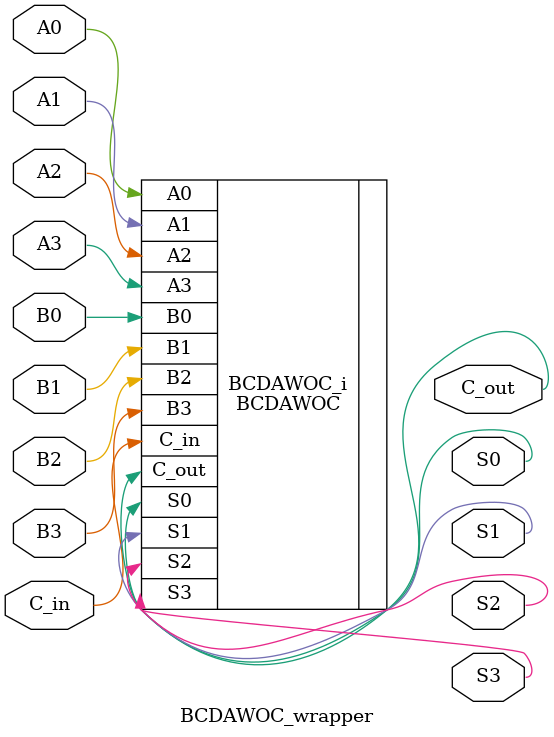
<source format=v>
`timescale 1 ps / 1 ps

module BCDAWOC_wrapper
   (A0,
    A1,
    A2,
    A3,
    B0,
    B1,
    B2,
    B3,
    C_in,
    C_out,
    S0,
    S1,
    S2,
    S3);
  input [0:0]A0;
  input [0:0]A1;
  input [0:0]A2;
  input [0:0]A3;
  input [0:0]B0;
  input [0:0]B1;
  input [0:0]B2;
  input [0:0]B3;
  input [0:0]C_in;
  output [0:0]C_out;
  output [0:0]S0;
  output [0:0]S1;
  output [0:0]S2;
  output [0:0]S3;

  wire [0:0]A0;
  wire [0:0]A1;
  wire [0:0]A2;
  wire [0:0]A3;
  wire [0:0]B0;
  wire [0:0]B1;
  wire [0:0]B2;
  wire [0:0]B3;
  wire [0:0]C_in;
  wire [0:0]C_out;
  wire [0:0]S0;
  wire [0:0]S1;
  wire [0:0]S2;
  wire [0:0]S3;

  BCDAWOC BCDAWOC_i
       (.A0(A0),
        .A1(A1),
        .A2(A2),
        .A3(A3),
        .B0(B0),
        .B1(B1),
        .B2(B2),
        .B3(B3),
        .C_in(C_in),
        .C_out(C_out),
        .S0(S0),
        .S1(S1),
        .S2(S2),
        .S3(S3));
endmodule

</source>
